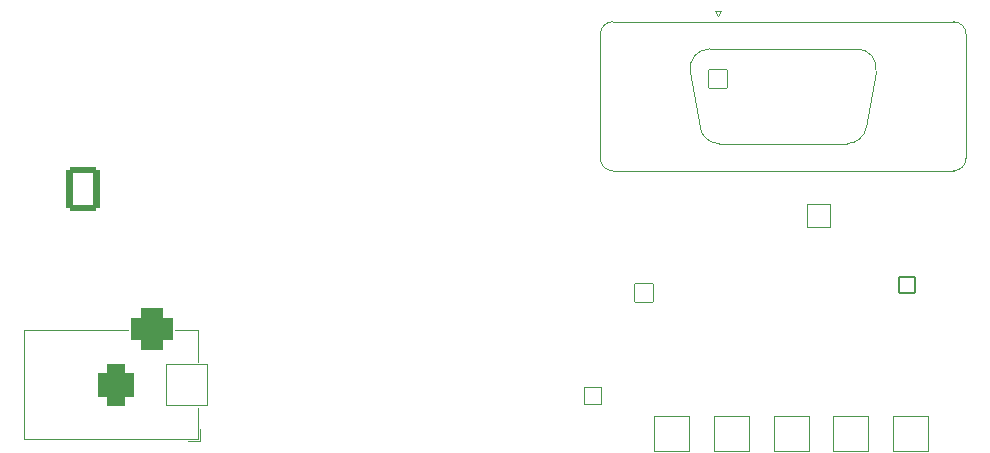
<source format=gbr>
%TF.GenerationSoftware,KiCad,Pcbnew,8.0.7*%
%TF.CreationDate,2025-01-08T21:36:27+01:00*%
%TF.ProjectId,adampsu,6164616d-7073-4752-9e6b-696361645f70,rev?*%
%TF.SameCoordinates,Original*%
%TF.FileFunction,Legend,Bot*%
%TF.FilePolarity,Positive*%
%FSLAX46Y46*%
G04 Gerber Fmt 4.6, Leading zero omitted, Abs format (unit mm)*
G04 Created by KiCad (PCBNEW 8.0.7) date 2025-01-08 21:36:27*
%MOMM*%
%LPD*%
G01*
G04 APERTURE LIST*
G04 Aperture macros list*
%AMRoundRect*
0 Rectangle with rounded corners*
0 $1 Rounding radius*
0 $2 $3 $4 $5 $6 $7 $8 $9 X,Y pos of 4 corners*
0 Add a 4 corners polygon primitive as box body*
4,1,4,$2,$3,$4,$5,$6,$7,$8,$9,$2,$3,0*
0 Add four circle primitives for the rounded corners*
1,1,$1+$1,$2,$3*
1,1,$1+$1,$4,$5*
1,1,$1+$1,$6,$7*
1,1,$1+$1,$8,$9*
0 Add four rect primitives between the rounded corners*
20,1,$1+$1,$2,$3,$4,$5,0*
20,1,$1+$1,$4,$5,$6,$7,0*
20,1,$1+$1,$6,$7,$8,$9,0*
20,1,$1+$1,$8,$9,$2,$3,0*%
G04 Aperture macros list end*
%ADD10C,0.120000*%
%ADD11C,4.102000*%
%ADD12RoundRect,0.051000X0.800000X0.800000X-0.800000X0.800000X-0.800000X-0.800000X0.800000X-0.800000X0*%
%ADD13C,1.702000*%
%ADD14RoundRect,0.051000X-1.500000X-1.500000X1.500000X-1.500000X1.500000X1.500000X-1.500000X1.500000X0*%
%ADD15RoundRect,0.051000X0.750000X-0.750000X0.750000X0.750000X-0.750000X0.750000X-0.750000X-0.750000X0*%
%ADD16O,1.602000X1.602000*%
%ADD17C,3.102000*%
%ADD18RoundRect,0.259446X-1.141554X-1.641554X1.141554X-1.641554X1.141554X1.641554X-1.141554X1.641554X0*%
%ADD19O,2.802000X3.802000*%
%ADD20RoundRect,0.102000X-0.654000X-0.654000X0.654000X-0.654000X0.654000X0.654000X-0.654000X0.654000X0*%
%ADD21C,1.512000*%
%ADD22RoundRect,0.051000X-0.800000X-0.800000X0.800000X-0.800000X0.800000X0.800000X-0.800000X0.800000X0*%
%ADD23RoundRect,0.051000X0.952500X1.000000X-0.952500X1.000000X-0.952500X-1.000000X0.952500X-1.000000X0*%
%ADD24O,2.007000X2.102000*%
%ADD25RoundRect,0.051000X-1.750000X-1.750000X1.750000X-1.750000X1.750000X1.750000X-1.750000X1.750000X0*%
%ADD26RoundRect,0.775500X-0.775500X-1.025500X0.775500X-1.025500X0.775500X1.025500X-0.775500X1.025500X0*%
%ADD27RoundRect,0.900500X-0.900500X-0.900500X0.900500X-0.900500X0.900500X0.900500X-0.900500X0.900500X0*%
G04 APERTURE END LIST*
D10*
%TO.C,J3*%
X196815000Y-74070000D02*
X196815000Y-84570000D01*
X166905000Y-73010000D02*
X195755000Y-73010000D01*
X188367733Y-81958256D02*
X189196470Y-77258256D01*
X175098311Y-75310000D02*
X187561689Y-75310000D01*
X175927048Y-83330000D02*
X186732952Y-83330000D01*
X175540000Y-72115662D02*
X176040000Y-72115662D01*
X176040000Y-72115662D02*
X175790000Y-72548675D01*
X175790000Y-72548675D02*
X175540000Y-72115662D01*
X174292267Y-81958256D02*
X173463530Y-77258256D01*
X195755000Y-85630000D02*
X166905000Y-85630000D01*
X165845000Y-84570000D02*
X165845000Y-74070000D01*
X195755000Y-73010000D02*
G75*
G02*
X196815000Y-74070000I-1J-1060001D01*
G01*
X196815000Y-84570000D02*
G75*
G02*
X195755000Y-85630000I-1060001J1D01*
G01*
X187561689Y-75310000D02*
G75*
G02*
X189196470Y-77258256I0J-1660000D01*
G01*
X188367733Y-81958256D02*
G75*
G02*
X186732952Y-83330000I-1634780J288255D01*
G01*
X175927048Y-83330000D02*
G75*
G02*
X174292267Y-81958256I-1J1659999D01*
G01*
X173463530Y-77258256D02*
G75*
G02*
X175098311Y-75310001I1634780J288256D01*
G01*
X165845000Y-74070000D02*
G75*
G02*
X166905000Y-73010000I1060000J0D01*
G01*
X166905000Y-85630000D02*
G75*
G02*
X165845000Y-84570000I0J1060000D01*
G01*
%TO.C,J1*%
X117080000Y-99152500D02*
X125880000Y-99152500D01*
X117080000Y-108352500D02*
X117080000Y-99152500D01*
X129880000Y-99152500D02*
X131780000Y-99152500D01*
X131780000Y-99152500D02*
X131780000Y-101852500D01*
X131780000Y-105752500D02*
X131780000Y-108352500D01*
X131780000Y-108352500D02*
X117080000Y-108352500D01*
X131980000Y-108552500D02*
X130930000Y-108552500D01*
X131980000Y-108552500D02*
X131980000Y-107502500D01*
%TD*%
%LPC*%
D11*
%TO.C,J3*%
X193830000Y-79320000D03*
X168830000Y-79320000D03*
D12*
X175790000Y-77900000D03*
D13*
X178560000Y-77900000D03*
X181330000Y-77900000D03*
X184100000Y-77900000D03*
X186870000Y-77900000D03*
X177175000Y-80740000D03*
X179945000Y-80740000D03*
X182715000Y-80740000D03*
X185485000Y-80740000D03*
%TD*%
D14*
%TO.C,TP3*%
X187105000Y-107920000D03*
%TD*%
%TO.C,TP2*%
X182055000Y-107920000D03*
%TD*%
%TO.C,TP4*%
X171955000Y-107920000D03*
%TD*%
%TO.C,TP5*%
X192155000Y-107920000D03*
%TD*%
%TO.C,TP1*%
X177005000Y-107920000D03*
%TD*%
D15*
%TO.C,D1*%
X165255000Y-104710000D03*
D16*
X165255000Y-97090000D03*
%TD*%
D17*
%TO.C,J4*%
X122055000Y-79870000D03*
X159855000Y-79870000D03*
D18*
X122055000Y-87170000D03*
D19*
X126255000Y-87170000D03*
X130455000Y-87170000D03*
X134655000Y-87170000D03*
X138855000Y-87170000D03*
X143055000Y-87170000D03*
X147255000Y-87170000D03*
X151455000Y-87170000D03*
X155655000Y-87170000D03*
X159855000Y-87170000D03*
X122055000Y-92670000D03*
X126255000Y-92670000D03*
X130455000Y-92670000D03*
X134655000Y-92670000D03*
X138855000Y-92670000D03*
X143055000Y-92670000D03*
X147255000Y-92670000D03*
X151455000Y-92670000D03*
X155655000Y-92670000D03*
X159855000Y-92670000D03*
%TD*%
D20*
%TO.C,S1*%
X191830000Y-95332500D03*
D21*
X193830000Y-95332500D03*
X195830000Y-95332500D03*
X191830000Y-100332500D03*
X193830000Y-100332500D03*
X195830000Y-100332500D03*
%TD*%
D22*
%TO.C,C1*%
X169572600Y-95945000D03*
D13*
X172072600Y-95945000D03*
%TD*%
D23*
%TO.C,U1*%
X184330000Y-89495000D03*
D24*
X181790000Y-89495000D03*
X179250000Y-89495000D03*
%TD*%
D25*
%TO.C,J1*%
X130880000Y-103752500D03*
D26*
X124880000Y-103752500D03*
D27*
X127880000Y-99052500D03*
%TD*%
%LPD*%
M02*

</source>
